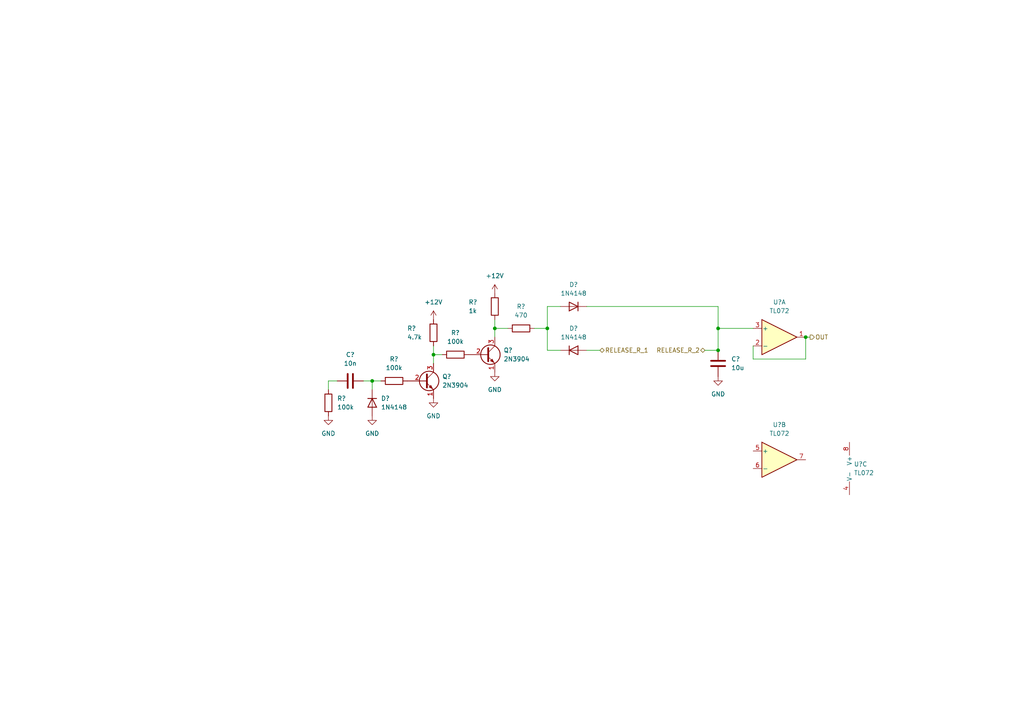
<source format=kicad_sch>
(kicad_sch (version 20211123) (generator eeschema)
  (paper "A4")
  (lib_symbols
    (symbol "Amplifier_Operational:TL072" (pin_names (offset 0.127))
      (property "Reference" "U" (at 0 5.08 0))
      (property "Value" "TL072" (at 0 -5.08 0))
      (symbol "TL072_1_1"
        (polyline (pts (xy -5.08 5.08) (xy 5.08 0) (xy -5.08 -5.08) (xy -5.08 5.08)) (stroke (width 0.254)) (fill (type background)))
        (pin output line (at 7.62 0 180) (length 2.54) (name "~") (number "1"))
        (pin input line (at -7.62 -2.54 0) (length 2.54) (name "-") (number "2"))
        (pin input line (at -7.62 2.54 0) (length 2.54) (name "+") (number "3"))
      )
      (symbol "TL072_2_1"
        (polyline (pts (xy -5.08 5.08) (xy 5.08 0) (xy -5.08 -5.08) (xy -5.08 5.08)) (stroke (width 0.254)) (fill (type background)))
        (pin input line (at -7.62 2.54 0) (length 2.54) (name "+") (number "5"))
        (pin input line (at -7.62 -2.54 0) (length 2.54) (name "-") (number "6"))
        (pin output line (at 7.62 0 180) (length 2.54) (name "~") (number "7"))
      )
      (symbol "TL072_3_1"
        (pin power_in line (at -2.54 -7.62 90) (length 3.81) (name "V-") (number "4"))
        (pin power_in line (at -2.54 7.62 270) (length 3.81) (name "V+") (number "8"))
      )
    )
    (symbol "Device:C" (pin_numbers hide) (pin_names (offset 0.254))
      (property "Reference" "C" (at 0.635 2.54 0))
      (property "Value" "C" (at 0.635 -2.54 0))
      (symbol "C_0_1"
        (polyline (pts (xy -2.032 -0.762) (xy 2.032 -0.762)) (stroke (width 0.508)))
        (polyline (pts (xy -2.032 0.762) (xy 2.032 0.762)) (stroke (width 0.508)))
      )
      (symbol "C_1_1"
        (pin passive line (at 0 3.81 270) (length 2.794) (name "~") (number "1"))
        (pin passive line (at 0 -3.81 90) (length 2.794) (name "~") (number "2"))
      )
    )
    (symbol "Device:R" (pin_numbers hide) (pin_names (offset 0))
      (property "Reference" "R" (at 2.032 0 90))
      (property "Value" "R" (at 0 0 90))
      (symbol "R_0_1"
        (rectangle (start -1.016 -2.54) (end 1.016 2.54) (stroke (width 0.254)))
      )
      (symbol "R_1_1"
        (pin passive line (at 0 3.81 270) (length 1.27) (name "~") (number "1"))
        (pin passive line (at 0 -3.81 90) (length 1.27) (name "~") (number "2"))
      )
    )
    (symbol "Diode:1N4148" (pin_numbers hide) (pin_names (offset 1.016) hide)
      (property "Reference" "D" (at 0 2.54 0))
      (property "Value" "1N4148" (at 0 -2.54 0))
      (symbol "1N4148_0_1"
        (polyline (pts (xy -1.27 1.27) (xy -1.27 -1.27)) (stroke (width 0.254)))
        (polyline (pts (xy 1.27 0) (xy -1.27 0)))
        (polyline (pts (xy 1.27 1.27) (xy 1.27 -1.27) (xy -1.27 0) (xy 1.27 1.27)) (stroke (width 0.254)))
      )
      (symbol "1N4148_1_1"
        (pin passive line (at -3.81 0 0) (length 2.54) (name "K") (number "1"))
        (pin passive line (at 3.81 0 180) (length 2.54) (name "A") (number "2"))
      )
    )
    (symbol "Transistor_BJT:2N3904" (pin_names (offset 0) hide)
      (property "Reference" "Q" (at 5.08 1.905 0))
      (property "Value" "2N3904" (at 5.08 0 0))
      (symbol "2N3904_0_1"
        (polyline (pts (xy 0.635 0.635) (xy 2.54 2.54)))
        (polyline (pts (xy 0.635 -0.635) (xy 2.54 -2.54) (xy 2.54 -2.54)))
        (polyline (pts (xy 0.635 1.905) (xy 0.635 -1.905) (xy 0.635 -1.905)) (stroke (width 0.508)))
        (polyline (pts (xy 1.27 -1.778) (xy 1.778 -1.27) (xy 2.286 -2.286) (xy 1.27 -1.778) (xy 1.27 -1.778)) (fill (type outline)))
        (circle (center 1.27 0) (radius 2.8194) (stroke (width 0.254)))
      )
      (symbol "2N3904_1_1"
        (pin passive line (at 2.54 -5.08 90) (length 2.54) (name "E") (number "1"))
        (pin passive line (at -5.08 0 0) (length 5.715) (name "B") (number "2"))
        (pin passive line (at 2.54 5.08 270) (length 2.54) (name "C") (number "3"))
      )
    )
    (symbol "power:+12V" (power) (pin_names (offset 0))
      (property "Value" "+12V" (at 0 3.556 0))
      (symbol "+12V_0_1"
        (polyline (pts (xy -0.762 1.27) (xy 0 2.54)))
        (polyline (pts (xy 0 0) (xy 0 2.54)))
        (polyline (pts (xy 0 2.54) (xy 0.762 1.27)))
      )
      (symbol "+12V_1_1"
        (pin power_in line (at 0 0 90) (length 0) hide (name "+12V") (number "1"))
      )
    )
    (symbol "power:GND" (power) (pin_names (offset 0))
      (property "Value" "GND" (at 0 -3.81 0))
      (symbol "GND_0_1"
        (polyline (pts (xy 0 0) (xy 0 -1.27) (xy 1.27 -1.27) (xy 0 -2.54) (xy -1.27 -1.27) (xy 0 -1.27)))
      )
      (symbol "GND_1_1"
        (pin power_in line (at 0 0 270) (length 0) hide (name "GND") (number "1"))
      )
    )
  )
  (junction (at 125.73 102.87))
  (junction (at 233.68 97.79))
  (junction (at 143.51 95.25))
  (junction (at 158.75 95.25))
  (junction (at 208.28 95.25))
  (junction (at 208.28 101.6))
  (junction (at 107.95 110.49))
  (wire (pts (xy 158.75 95.25) (xy 158.75 88.9)))
  (wire (pts (xy 158.75 88.9) (xy 162.56 88.9)))
  (wire (pts (xy 233.68 97.79) (xy 234.95 97.79)))
  (wire (pts (xy 107.95 110.49) (xy 107.95 113.03)))
  (wire (pts (xy 158.75 95.25) (xy 154.94 95.25)))
  (wire (pts (xy 125.73 102.87) (xy 125.73 105.41)))
  (wire (pts (xy 162.56 101.6) (xy 158.75 101.6)))
  (wire (pts (xy 204.47 101.6) (xy 208.28 101.6)))
  (wire (pts (xy 158.75 101.6) (xy 158.75 95.25)))
  (wire (pts (xy 143.51 95.25) (xy 143.51 97.79)))
  (wire (pts (xy 95.25 110.49) (xy 97.79 110.49)))
  (wire (pts (xy 143.51 92.71) (xy 143.51 95.25)))
  (wire (pts (xy 143.51 95.25) (xy 147.32 95.25)))
  (wire (pts (xy 208.28 88.9) (xy 208.28 95.25)))
  (wire (pts (xy 125.73 100.33) (xy 125.73 102.87)))
  (wire (pts (xy 170.18 88.9) (xy 208.28 88.9)))
  (wire (pts (xy 233.68 104.14) (xy 233.68 97.79)))
  (wire (pts (xy 125.73 102.87) (xy 128.27 102.87)))
  (wire (pts (xy 218.44 100.33) (xy 218.44 104.14)))
  (wire (pts (xy 218.44 104.14) (xy 233.68 104.14)))
  (wire (pts (xy 95.25 113.03) (xy 95.25 110.49)))
  (wire (pts (xy 107.95 110.49) (xy 110.49 110.49)))
  (wire (pts (xy 105.41 110.49) (xy 107.95 110.49)))
  (wire (pts (xy 208.28 95.25) (xy 208.28 101.6)))
  (wire (pts (xy 208.28 95.25) (xy 218.44 95.25)))
  (wire (pts (xy 170.18 101.6) (xy 173.99 101.6)))
  (hierarchical_label "OUT" (shape output) (at 234.95 97.79 0))
  (hierarchical_label "RELEASE_R_2" (shape bidirectional) (at 204.47 101.6 180))
  (hierarchical_label "RELEASE_R_1" (shape bidirectional) (at 173.99 101.6 0))
  (symbol (lib_id "Amplifier_Operational:TL072") (at 226.06 133.35 0) (unit 2)
    (property "Reference" "U?" (at 226.06 123.19 0))
    (property "Value" "TL072" (at 226.06 125.73 0))
    (property "Datasheet" "http://www.ti.com/lit/ds/symlink/tl071.pdf" (effects hide))
  )
  (symbol (lib_id "Device:R") (at 151.13 95.25 90) (unit 1)
    (property "Reference" "R?" (at 151.13 88.9 90))
    (property "Value" "470" (at 151.13 91.44 90))
    (property "Footprint" "Resistor_THT:R_Axial_DIN0207_L6.3mm_D2.5mm_P7.62mm_Horizontal" (effects hide))
  )
  (symbol (lib_id "power:+12V") (at 125.73 92.71 0) (unit 1)
    (property "Reference" "#PWR?" (effects hide))
    (property "Value" "+12V" (at 125.73 87.63 0))
  )
  (symbol (lib_id "power:GND") (at 107.95 120.65 0) (unit 1)
    (property "Reference" "#PWR?" (effects hide))
    (property "Value" "GND" (at 107.95 125.73 0))
  )
  (symbol (lib_id "power:+12V") (at 143.51 85.09 0) (unit 1)
    (property "Reference" "#PWR?" (effects hide))
    (property "Value" "+12V" (at 143.51 80.01 0))
  )
  (symbol (lib_id "Device:R") (at 114.3 110.49 90) (unit 1)
    (property "Reference" "R?" (at 114.3 104.14 90))
    (property "Value" "100k" (at 114.3 106.68 90))
    (property "Footprint" "Resistor_THT:R_Axial_DIN0207_L6.3mm_D2.5mm_P7.62mm_Horizontal" (effects hide))
  )
  (symbol (lib_id "Amplifier_Operational:TL072") (at 248.92 135.89 0) (unit 3)
    (property "Reference" "U?" (at 247.65 134.6199 0) (effects (justify left)))
    (property "Value" "TL072" (at 247.65 137.1599 0) (effects (justify left)))
    (property "Datasheet" "http://www.ti.com/lit/ds/symlink/tl071.pdf" (effects hide))
  )
  (symbol (lib_id "Device:R") (at 143.51 88.9 0) (unit 1)
    (property "Reference" "R?" (at 135.89 87.63 0) (effects (justify left)))
    (property "Value" "1k" (at 135.89 90.17 0) (effects (justify left)))
    (property "Footprint" "Resistor_THT:R_Axial_DIN0207_L6.3mm_D2.5mm_P7.62mm_Horizontal" (effects hide))
  )
  (symbol (lib_id "power:GND") (at 143.51 107.95 0) (unit 1)
    (property "Reference" "#PWR?" (effects hide))
    (property "Value" "GND" (at 143.51 113.03 0))
  )
  (symbol (lib_id "Diode:1N4148") (at 166.37 88.9 180) (unit 1)
    (property "Reference" "D?" (at 166.37 82.55 0))
    (property "Value" "1N4148" (at 166.37 85.09 0))
    (property "Footprint" "Diode_THT:D_DO-35_SOD27_P7.62mm_Horizontal" (effects hide))
    (property "Datasheet" "https://assets.nexperia.com/documents/data-sheet/1N4148_1N4448.pdf" (effects hide))
  )
  (symbol (lib_id "Device:R") (at 132.08 102.87 90) (unit 1)
    (property "Reference" "R?" (at 132.08 96.52 90))
    (property "Value" "100k" (at 132.08 99.06 90))
    (property "Footprint" "Resistor_THT:R_Axial_DIN0207_L6.3mm_D2.5mm_P7.62mm_Horizontal" (effects hide))
  )
  (symbol (lib_id "Device:R") (at 125.73 96.52 0) (unit 1)
    (property "Reference" "R?" (at 118.11 95.25 0) (effects (justify left)))
    (property "Value" "4.7k" (at 118.11 97.79 0) (effects (justify left)))
    (property "Footprint" "Resistor_THT:R_Axial_DIN0207_L6.3mm_D2.5mm_P7.62mm_Horizontal" (effects hide))
  )
  (symbol (lib_id "power:GND") (at 208.28 109.22 0) (unit 1)
    (property "Reference" "#PWR?" (effects hide))
    (property "Value" "GND" (at 208.28 114.3 0))
  )
  (symbol (lib_id "Diode:1N4148") (at 107.95 116.84 270) (unit 1)
    (property "Reference" "D?" (at 110.49 115.5699 90) (effects (justify left)))
    (property "Value" "1N4148" (at 110.49 118.1099 90) (effects (justify left)))
    (property "Footprint" "Diode_THT:D_DO-35_SOD27_P7.62mm_Horizontal" (effects hide))
    (property "Datasheet" "https://assets.nexperia.com/documents/data-sheet/1N4148_1N4448.pdf" (effects hide))
  )
  (symbol (lib_id "Transistor_BJT:2N3904") (at 140.97 102.87 0) (unit 1)
    (property "Reference" "Q?" (at 146.05 101.5999 0) (effects (justify left)))
    (property "Value" "2N3904" (at 146.05 104.1399 0) (effects (justify left)))
    (property "Footprint" "Package_TO_SOT_THT:TO-92_Inline" (effects hide))
    (property "Datasheet" "https://www.onsemi.com/pub/Collateral/2N3903-D.PDF" (effects hide))
  )
  (symbol (lib_id "power:GND") (at 95.25 120.65 0) (unit 1)
    (property "Reference" "#PWR?" (effects hide))
    (property "Value" "GND" (at 95.25 125.73 0))
  )
  (symbol (lib_id "Diode:1N4148") (at 166.37 101.6 0) (unit 1)
    (property "Reference" "D?" (at 166.37 95.25 0))
    (property "Value" "1N4148" (at 166.37 97.79 0))
    (property "Footprint" "Diode_THT:D_DO-35_SOD27_P7.62mm_Horizontal" (effects hide))
    (property "Datasheet" "https://assets.nexperia.com/documents/data-sheet/1N4148_1N4448.pdf" (effects hide))
  )
  (symbol (lib_id "power:GND") (at 125.73 115.57 0) (unit 1)
    (property "Reference" "#PWR?" (effects hide))
    (property "Value" "GND" (at 125.73 120.65 0))
  )
  (symbol (lib_id "Transistor_BJT:2N3904") (at 123.19 110.49 0) (unit 1)
    (property "Reference" "Q?" (at 128.27 109.2199 0) (effects (justify left)))
    (property "Value" "2N3904" (at 128.27 111.7599 0) (effects (justify left)))
    (property "Footprint" "Package_TO_SOT_THT:TO-92_Inline" (effects hide))
    (property "Datasheet" "https://www.onsemi.com/pub/Collateral/2N3903-D.PDF" (effects hide))
  )
  (symbol (lib_id "Amplifier_Operational:TL072") (at 226.06 97.79 0) (unit 1)
    (property "Reference" "U?" (at 226.06 87.63 0))
    (property "Value" "TL072" (at 226.06 90.17 0))
    (property "Datasheet" "http://www.ti.com/lit/ds/symlink/tl071.pdf" (effects hide))
  )
  (symbol (lib_id "Device:R") (at 95.25 116.84 0) (unit 1)
    (property "Reference" "R?" (at 97.79 115.5699 0) (effects (justify left)))
    (property "Value" "100k" (at 97.79 118.1099 0) (effects (justify left)))
    (property "Footprint" "Resistor_THT:R_Axial_DIN0207_L6.3mm_D2.5mm_P7.62mm_Horizontal" (effects hide))
  )
  (symbol (lib_id "Device:C") (at 101.6 110.49 90) (unit 1)
    (property "Reference" "C?" (at 101.6 102.87 90))
    (property "Value" "10n" (at 101.6 105.41 90))
    (property "Footprint" "Capacitor_THT:C_Disc_D5.0mm_W2.5mm_P5.00mm" (effects hide))
  )
  (symbol (lib_id "Device:C") (at 208.28 105.41 0) (unit 1)
    (property "Reference" "C?" (at 212.09 104.1399 0) (effects (justify left)))
    (property "Value" "10u" (at 212.09 106.6799 0) (effects (justify left)))
    (property "Footprint" "Capacitor_THT:C_Disc_D5.0mm_W2.5mm_P5.00mm" (effects hide))
  )
)
</source>
